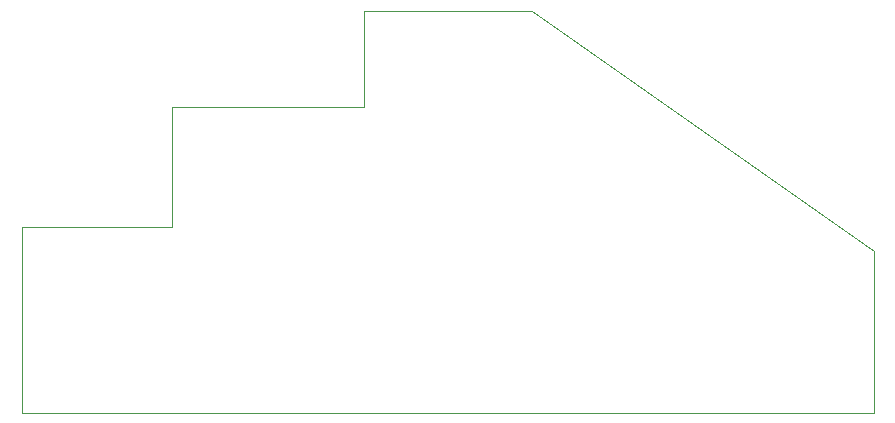
<source format=gbr>
G04 #@! TF.GenerationSoftware,KiCad,Pcbnew,(5.1.5)-3*
G04 #@! TF.CreationDate,2020-02-26T18:38:17-08:00*
G04 #@! TF.ProjectId,Rev0.1,52657630-2e31-42e6-9b69-6361645f7063,rev?*
G04 #@! TF.SameCoordinates,Original*
G04 #@! TF.FileFunction,Profile,NP*
%FSLAX46Y46*%
G04 Gerber Fmt 4.6, Leading zero omitted, Abs format (unit mm)*
G04 Created by KiCad (PCBNEW (5.1.5)-3) date 2020-02-26 18:38:17*
%MOMM*%
%LPD*%
G04 APERTURE LIST*
%ADD10C,0.050000*%
G04 APERTURE END LIST*
D10*
X99568000Y-95504000D02*
X171704000Y-95504000D01*
X99568000Y-79756000D02*
X99568000Y-95504000D01*
X112268000Y-79756000D02*
X99568000Y-79756000D01*
X112268000Y-69596000D02*
X112268000Y-79756000D01*
X128524000Y-69596000D02*
X112268000Y-69596000D01*
X128524000Y-61468000D02*
X128524000Y-69596000D01*
X142748000Y-61468000D02*
X128524000Y-61468000D01*
X171704000Y-81788000D02*
X142748000Y-61468000D01*
X171704000Y-95504000D02*
X171704000Y-81788000D01*
M02*

</source>
